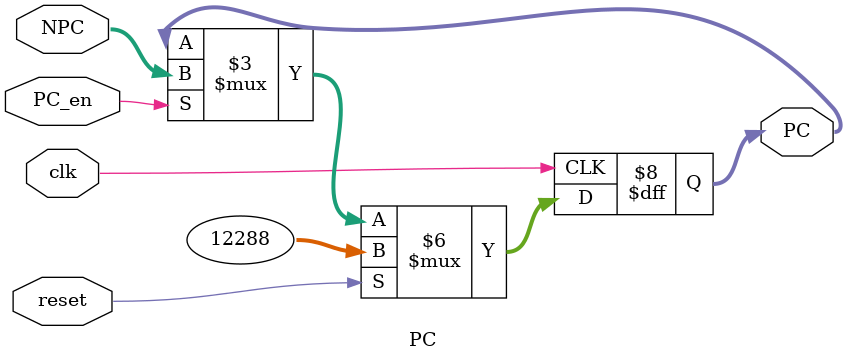
<source format=v>
`timescale 1ns / 1ps
module PC(
    input clk,
    input reset,
	 input PC_en,
    input [31:0] NPC,
    output reg [31:0] PC
    );
	initial begin
	PC <= 32'h00003000;
	end
	
	always@(posedge clk) begin
		if(reset)
			PC <= 32'h00003000;
		else if(PC_en) begin
			PC <= NPC;
		end
	end

endmodule

</source>
